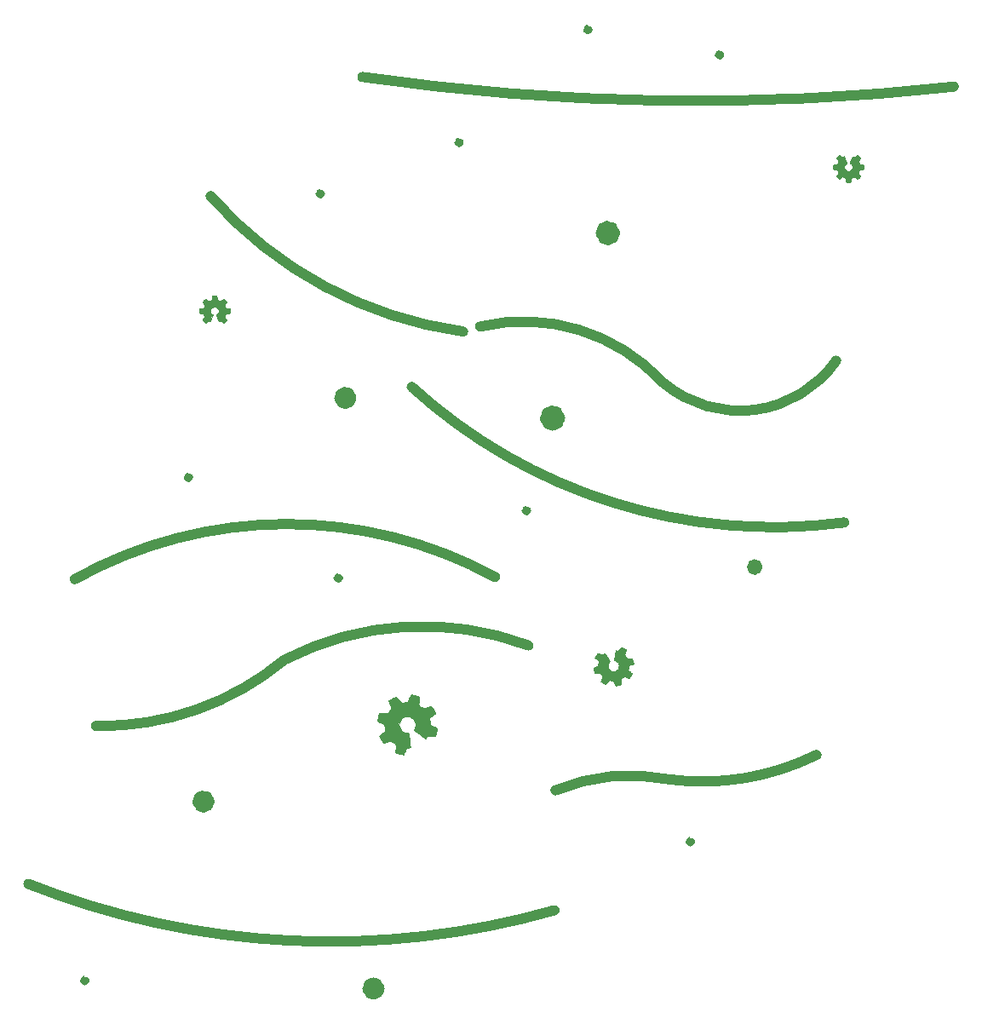
<source format=gbo>
G04 #@! TF.GenerationSoftware,KiCad,Pcbnew,(5.0.1-3-g963ef8bb5)*
G04 #@! TF.CreationDate,2018-11-10T15:27:12+00:00*
G04 #@! TF.ProjectId,xmas_tree_v0.1,786D61735F747265655F76302E312E6B,rev?*
G04 #@! TF.SameCoordinates,Original*
G04 #@! TF.FileFunction,Legend,Bot*
G04 #@! TF.FilePolarity,Positive*
%FSLAX46Y46*%
G04 Gerber Fmt 4.6, Leading zero omitted, Abs format (unit mm)*
G04 Created by KiCad (PCBNEW (5.0.1-3-g963ef8bb5)) date Saturday, 10 November 2018 at 15:27:12*
%MOMM*%
%LPD*%
G01*
G04 APERTURE LIST*
%ADD10C,0.800000*%
%ADD11C,1.400000*%
%ADD12C,1.500000*%
%ADD13C,1.600000*%
%ADD14C,1.000000*%
%ADD15C,0.002540*%
G04 APERTURE END LIST*
D10*
X161500000Y-51200000D02*
G75*
G03X161500000Y-51200000I-100000J0D01*
G01*
D11*
X163900000Y-71400000D02*
G75*
G03X163900000Y-71400000I-500000J0D01*
G01*
D10*
X171700000Y-131900000D02*
G75*
G03X171700000Y-131900000I-100000J0D01*
G01*
X155400000Y-99000000D02*
G75*
G03X155400000Y-99000000I-100000J0D01*
G01*
X178400000Y-104600000D02*
G75*
G03X178400000Y-104600000I-400000J0D01*
G01*
D12*
X158400000Y-89800000D02*
G75*
G03X158400000Y-89800000I-500000J0D01*
G01*
D10*
X174600000Y-53700000D02*
G75*
G03X174600000Y-53700000I-100000J0D01*
G01*
X148700000Y-62400000D02*
G75*
G03X148700000Y-62400000I-100000J0D01*
G01*
X134900000Y-67500000D02*
G75*
G03X134900000Y-67500000I-100000J0D01*
G01*
X121800000Y-95700000D02*
G75*
G03X121800000Y-95700000I-100000J0D01*
G01*
X111500000Y-145700000D02*
G75*
G03X111500000Y-145700000I-100000J0D01*
G01*
X136700000Y-105700000D02*
G75*
G03X136700000Y-105700000I-100000J0D01*
G01*
D13*
X140400000Y-146500000D02*
G75*
G03X140400000Y-146500000I-300000J0D01*
G01*
X123500000Y-127900000D02*
G75*
G03X123500000Y-127900000I-300000J0D01*
G01*
X137600000Y-87800000D02*
G75*
G03X137600000Y-87800000I-300000J0D01*
G01*
D14*
X150700000Y-80700000D02*
G75*
G02X168900000Y-86300000I4300000J-18400000D01*
G01*
X186100000Y-84100001D02*
G75*
G02X168996860Y-86353612I-9587278J6733403D01*
G01*
X158181598Y-126806257D02*
G75*
G02X169400000Y-125700000I7418403J-17793742D01*
G01*
X184144683Y-123278645D02*
G75*
G02X169400000Y-125700000I-11344684J22978644D01*
G01*
X197796521Y-56868563D02*
G75*
G02X139000000Y-55900000I-25596521J231268563D01*
G01*
X186897857Y-100183771D02*
G75*
G02X143900000Y-86700000I-6997857J52983771D01*
G01*
X149005997Y-81200829D02*
G75*
G02X123908855Y-67735968I5602857J40564860D01*
G01*
X110408524Y-105815311D02*
G75*
G02X152200000Y-105600000I21091476J-37884689D01*
G01*
X131292888Y-113791961D02*
G75*
G02X112500000Y-120400000I-18262046J21909249D01*
G01*
X131300658Y-113801283D02*
G75*
G02X155500000Y-112400000I13684642J-26670881D01*
G01*
X158104771Y-138716732D02*
G75*
G02X105800000Y-136100000I-22304771J78216732D01*
G01*
D15*
G04 #@! TO.C,G\002A\002A\002A*
G36*
X125209320Y-80346200D02*
X125191540Y-80338580D01*
X125158520Y-80315720D01*
X125107720Y-80282700D01*
X125049300Y-80244600D01*
X124988340Y-80203960D01*
X124940080Y-80170940D01*
X124904520Y-80148080D01*
X124891820Y-80140460D01*
X124884200Y-80143000D01*
X124856260Y-80158240D01*
X124815620Y-80178560D01*
X124790220Y-80191260D01*
X124752120Y-80206500D01*
X124734340Y-80211580D01*
X124731800Y-80206500D01*
X124716560Y-80176020D01*
X124696240Y-80127760D01*
X124668300Y-80061720D01*
X124635280Y-79985520D01*
X124599720Y-79904240D01*
X124566700Y-79820420D01*
X124533680Y-79741680D01*
X124503200Y-79668020D01*
X124480340Y-79609600D01*
X124465100Y-79568960D01*
X124457480Y-79551180D01*
X124460020Y-79548640D01*
X124477800Y-79530860D01*
X124510820Y-79505460D01*
X124581940Y-79447040D01*
X124653060Y-79360680D01*
X124696240Y-79261620D01*
X124708940Y-79149860D01*
X124698780Y-79048260D01*
X124658140Y-78951740D01*
X124589560Y-78862840D01*
X124505740Y-78796800D01*
X124409220Y-78756160D01*
X124300000Y-78743460D01*
X124195860Y-78753620D01*
X124096800Y-78794260D01*
X124007900Y-78860300D01*
X123969800Y-78903480D01*
X123919000Y-78994920D01*
X123888520Y-79088900D01*
X123885980Y-79111760D01*
X123891060Y-79218440D01*
X123921540Y-79320040D01*
X123977420Y-79408940D01*
X124053620Y-79482600D01*
X124063780Y-79490220D01*
X124099340Y-79518160D01*
X124124740Y-79535940D01*
X124142520Y-79551180D01*
X124007900Y-79873760D01*
X123987580Y-79924560D01*
X123949480Y-80013460D01*
X123919000Y-80089660D01*
X123891060Y-80150620D01*
X123873280Y-80191260D01*
X123865660Y-80206500D01*
X123852960Y-80209040D01*
X123830100Y-80201420D01*
X123784380Y-80178560D01*
X123753900Y-80163320D01*
X123720880Y-80148080D01*
X123705640Y-80140460D01*
X123690400Y-80148080D01*
X123657380Y-80168400D01*
X123611660Y-80201420D01*
X123553240Y-80239520D01*
X123497360Y-80277620D01*
X123446560Y-80310640D01*
X123411000Y-80336040D01*
X123393220Y-80343660D01*
X123390680Y-80343660D01*
X123372900Y-80336040D01*
X123344960Y-80310640D01*
X123301780Y-80270000D01*
X123238280Y-80209040D01*
X123228120Y-80198880D01*
X123177320Y-80148080D01*
X123136680Y-80102360D01*
X123108740Y-80071880D01*
X123098580Y-80059180D01*
X123108740Y-80041400D01*
X123131600Y-80003300D01*
X123164620Y-79952500D01*
X123205260Y-79891540D01*
X123311940Y-79736600D01*
X123253520Y-79591820D01*
X123235740Y-79546100D01*
X123212880Y-79490220D01*
X123195100Y-79452120D01*
X123187480Y-79434340D01*
X123169700Y-79429260D01*
X123131600Y-79419100D01*
X123073180Y-79408940D01*
X123002060Y-79396240D01*
X122936020Y-79383540D01*
X122877600Y-79370840D01*
X122834420Y-79363220D01*
X122814100Y-79360680D01*
X122809020Y-79355600D01*
X122806480Y-79347980D01*
X122803940Y-79327660D01*
X122801400Y-79289560D01*
X122801400Y-79233680D01*
X122801400Y-79149860D01*
X122801400Y-79142240D01*
X122801400Y-79063500D01*
X122803940Y-79000000D01*
X122806480Y-78961900D01*
X122809020Y-78944120D01*
X122826800Y-78939040D01*
X122869980Y-78931420D01*
X122928400Y-78918720D01*
X122999520Y-78906020D01*
X123004600Y-78906020D01*
X123075720Y-78890780D01*
X123134140Y-78878080D01*
X123177320Y-78870460D01*
X123195100Y-78862840D01*
X123197640Y-78857760D01*
X123212880Y-78829820D01*
X123233200Y-78786640D01*
X123256060Y-78733300D01*
X123278920Y-78677420D01*
X123299240Y-78626620D01*
X123311940Y-78591060D01*
X123317020Y-78573280D01*
X123306860Y-78555500D01*
X123281460Y-78519940D01*
X123245900Y-78469140D01*
X123205260Y-78408180D01*
X123202720Y-78403100D01*
X123162080Y-78342140D01*
X123129060Y-78291340D01*
X123106200Y-78255780D01*
X123098580Y-78240540D01*
X123098580Y-78238000D01*
X123111280Y-78220220D01*
X123141760Y-78187200D01*
X123187480Y-78141480D01*
X123238280Y-78088140D01*
X123256060Y-78072900D01*
X123314480Y-78014480D01*
X123355120Y-77978920D01*
X123380520Y-77958600D01*
X123390680Y-77953520D01*
X123393220Y-77953520D01*
X123411000Y-77963680D01*
X123449100Y-77989080D01*
X123499900Y-78024640D01*
X123560860Y-78065280D01*
X123563400Y-78067820D01*
X123624360Y-78108460D01*
X123675160Y-78144020D01*
X123710720Y-78166880D01*
X123725960Y-78174500D01*
X123728500Y-78174500D01*
X123751360Y-78169420D01*
X123794540Y-78154180D01*
X123847880Y-78133860D01*
X123903760Y-78111000D01*
X123954560Y-78090680D01*
X123990120Y-78072900D01*
X124007900Y-78062740D01*
X124010440Y-78062740D01*
X124015520Y-78039880D01*
X124025680Y-77994160D01*
X124038380Y-77933200D01*
X124053620Y-77859540D01*
X124056160Y-77849380D01*
X124068860Y-77775720D01*
X124079020Y-77717300D01*
X124089180Y-77676660D01*
X124091720Y-77658880D01*
X124101880Y-77658880D01*
X124137440Y-77656340D01*
X124190780Y-77653800D01*
X124256820Y-77653800D01*
X124322860Y-77653800D01*
X124388900Y-77653800D01*
X124444780Y-77656340D01*
X124485420Y-77658880D01*
X124503200Y-77663960D01*
X124508280Y-77686820D01*
X124518440Y-77730000D01*
X124531140Y-77793500D01*
X124546380Y-77867160D01*
X124548920Y-77879860D01*
X124561620Y-77950980D01*
X124574320Y-78009400D01*
X124581940Y-78050040D01*
X124587020Y-78065280D01*
X124592100Y-78067820D01*
X124622580Y-78083060D01*
X124670840Y-78100840D01*
X124729260Y-78126240D01*
X124866420Y-78182120D01*
X125034060Y-78065280D01*
X125049300Y-78055120D01*
X125110260Y-78014480D01*
X125161060Y-77981460D01*
X125196620Y-77958600D01*
X125209320Y-77950980D01*
X125211860Y-77950980D01*
X125227100Y-77966220D01*
X125260120Y-77996700D01*
X125305840Y-78042420D01*
X125359180Y-78093220D01*
X125399820Y-78133860D01*
X125445540Y-78179580D01*
X125473480Y-78212600D01*
X125491260Y-78232920D01*
X125496340Y-78245620D01*
X125493800Y-78253240D01*
X125483640Y-78271020D01*
X125458240Y-78306580D01*
X125425220Y-78359920D01*
X125384580Y-78418340D01*
X125349020Y-78469140D01*
X125313460Y-78525020D01*
X125290600Y-78565660D01*
X125280440Y-78583440D01*
X125282980Y-78593600D01*
X125295680Y-78626620D01*
X125316000Y-78674880D01*
X125341400Y-78735840D01*
X125399820Y-78867920D01*
X125486180Y-78885700D01*
X125539520Y-78895860D01*
X125613180Y-78908560D01*
X125684300Y-78923800D01*
X125796060Y-78944120D01*
X125798600Y-79347980D01*
X125780820Y-79355600D01*
X125765580Y-79360680D01*
X125724940Y-79370840D01*
X125666520Y-79381000D01*
X125597940Y-79393700D01*
X125536980Y-79406400D01*
X125478560Y-79416560D01*
X125435380Y-79424180D01*
X125417600Y-79429260D01*
X125412520Y-79434340D01*
X125397280Y-79464820D01*
X125376960Y-79510540D01*
X125354100Y-79563880D01*
X125328700Y-79622300D01*
X125308380Y-79673100D01*
X125293140Y-79713740D01*
X125288060Y-79734060D01*
X125295680Y-79749300D01*
X125318540Y-79784860D01*
X125351560Y-79835660D01*
X125392200Y-79894080D01*
X125432840Y-79952500D01*
X125465860Y-80003300D01*
X125491260Y-80038860D01*
X125498880Y-80056640D01*
X125493800Y-80066800D01*
X125470940Y-80094740D01*
X125427760Y-80140460D01*
X125361720Y-80206500D01*
X125349020Y-80216660D01*
X125298220Y-80267460D01*
X125252500Y-80308100D01*
X125222020Y-80336040D01*
X125209320Y-80346200D01*
X125209320Y-80346200D01*
G37*
X125209320Y-80346200D02*
X125191540Y-80338580D01*
X125158520Y-80315720D01*
X125107720Y-80282700D01*
X125049300Y-80244600D01*
X124988340Y-80203960D01*
X124940080Y-80170940D01*
X124904520Y-80148080D01*
X124891820Y-80140460D01*
X124884200Y-80143000D01*
X124856260Y-80158240D01*
X124815620Y-80178560D01*
X124790220Y-80191260D01*
X124752120Y-80206500D01*
X124734340Y-80211580D01*
X124731800Y-80206500D01*
X124716560Y-80176020D01*
X124696240Y-80127760D01*
X124668300Y-80061720D01*
X124635280Y-79985520D01*
X124599720Y-79904240D01*
X124566700Y-79820420D01*
X124533680Y-79741680D01*
X124503200Y-79668020D01*
X124480340Y-79609600D01*
X124465100Y-79568960D01*
X124457480Y-79551180D01*
X124460020Y-79548640D01*
X124477800Y-79530860D01*
X124510820Y-79505460D01*
X124581940Y-79447040D01*
X124653060Y-79360680D01*
X124696240Y-79261620D01*
X124708940Y-79149860D01*
X124698780Y-79048260D01*
X124658140Y-78951740D01*
X124589560Y-78862840D01*
X124505740Y-78796800D01*
X124409220Y-78756160D01*
X124300000Y-78743460D01*
X124195860Y-78753620D01*
X124096800Y-78794260D01*
X124007900Y-78860300D01*
X123969800Y-78903480D01*
X123919000Y-78994920D01*
X123888520Y-79088900D01*
X123885980Y-79111760D01*
X123891060Y-79218440D01*
X123921540Y-79320040D01*
X123977420Y-79408940D01*
X124053620Y-79482600D01*
X124063780Y-79490220D01*
X124099340Y-79518160D01*
X124124740Y-79535940D01*
X124142520Y-79551180D01*
X124007900Y-79873760D01*
X123987580Y-79924560D01*
X123949480Y-80013460D01*
X123919000Y-80089660D01*
X123891060Y-80150620D01*
X123873280Y-80191260D01*
X123865660Y-80206500D01*
X123852960Y-80209040D01*
X123830100Y-80201420D01*
X123784380Y-80178560D01*
X123753900Y-80163320D01*
X123720880Y-80148080D01*
X123705640Y-80140460D01*
X123690400Y-80148080D01*
X123657380Y-80168400D01*
X123611660Y-80201420D01*
X123553240Y-80239520D01*
X123497360Y-80277620D01*
X123446560Y-80310640D01*
X123411000Y-80336040D01*
X123393220Y-80343660D01*
X123390680Y-80343660D01*
X123372900Y-80336040D01*
X123344960Y-80310640D01*
X123301780Y-80270000D01*
X123238280Y-80209040D01*
X123228120Y-80198880D01*
X123177320Y-80148080D01*
X123136680Y-80102360D01*
X123108740Y-80071880D01*
X123098580Y-80059180D01*
X123108740Y-80041400D01*
X123131600Y-80003300D01*
X123164620Y-79952500D01*
X123205260Y-79891540D01*
X123311940Y-79736600D01*
X123253520Y-79591820D01*
X123235740Y-79546100D01*
X123212880Y-79490220D01*
X123195100Y-79452120D01*
X123187480Y-79434340D01*
X123169700Y-79429260D01*
X123131600Y-79419100D01*
X123073180Y-79408940D01*
X123002060Y-79396240D01*
X122936020Y-79383540D01*
X122877600Y-79370840D01*
X122834420Y-79363220D01*
X122814100Y-79360680D01*
X122809020Y-79355600D01*
X122806480Y-79347980D01*
X122803940Y-79327660D01*
X122801400Y-79289560D01*
X122801400Y-79233680D01*
X122801400Y-79149860D01*
X122801400Y-79142240D01*
X122801400Y-79063500D01*
X122803940Y-79000000D01*
X122806480Y-78961900D01*
X122809020Y-78944120D01*
X122826800Y-78939040D01*
X122869980Y-78931420D01*
X122928400Y-78918720D01*
X122999520Y-78906020D01*
X123004600Y-78906020D01*
X123075720Y-78890780D01*
X123134140Y-78878080D01*
X123177320Y-78870460D01*
X123195100Y-78862840D01*
X123197640Y-78857760D01*
X123212880Y-78829820D01*
X123233200Y-78786640D01*
X123256060Y-78733300D01*
X123278920Y-78677420D01*
X123299240Y-78626620D01*
X123311940Y-78591060D01*
X123317020Y-78573280D01*
X123306860Y-78555500D01*
X123281460Y-78519940D01*
X123245900Y-78469140D01*
X123205260Y-78408180D01*
X123202720Y-78403100D01*
X123162080Y-78342140D01*
X123129060Y-78291340D01*
X123106200Y-78255780D01*
X123098580Y-78240540D01*
X123098580Y-78238000D01*
X123111280Y-78220220D01*
X123141760Y-78187200D01*
X123187480Y-78141480D01*
X123238280Y-78088140D01*
X123256060Y-78072900D01*
X123314480Y-78014480D01*
X123355120Y-77978920D01*
X123380520Y-77958600D01*
X123390680Y-77953520D01*
X123393220Y-77953520D01*
X123411000Y-77963680D01*
X123449100Y-77989080D01*
X123499900Y-78024640D01*
X123560860Y-78065280D01*
X123563400Y-78067820D01*
X123624360Y-78108460D01*
X123675160Y-78144020D01*
X123710720Y-78166880D01*
X123725960Y-78174500D01*
X123728500Y-78174500D01*
X123751360Y-78169420D01*
X123794540Y-78154180D01*
X123847880Y-78133860D01*
X123903760Y-78111000D01*
X123954560Y-78090680D01*
X123990120Y-78072900D01*
X124007900Y-78062740D01*
X124010440Y-78062740D01*
X124015520Y-78039880D01*
X124025680Y-77994160D01*
X124038380Y-77933200D01*
X124053620Y-77859540D01*
X124056160Y-77849380D01*
X124068860Y-77775720D01*
X124079020Y-77717300D01*
X124089180Y-77676660D01*
X124091720Y-77658880D01*
X124101880Y-77658880D01*
X124137440Y-77656340D01*
X124190780Y-77653800D01*
X124256820Y-77653800D01*
X124322860Y-77653800D01*
X124388900Y-77653800D01*
X124444780Y-77656340D01*
X124485420Y-77658880D01*
X124503200Y-77663960D01*
X124508280Y-77686820D01*
X124518440Y-77730000D01*
X124531140Y-77793500D01*
X124546380Y-77867160D01*
X124548920Y-77879860D01*
X124561620Y-77950980D01*
X124574320Y-78009400D01*
X124581940Y-78050040D01*
X124587020Y-78065280D01*
X124592100Y-78067820D01*
X124622580Y-78083060D01*
X124670840Y-78100840D01*
X124729260Y-78126240D01*
X124866420Y-78182120D01*
X125034060Y-78065280D01*
X125049300Y-78055120D01*
X125110260Y-78014480D01*
X125161060Y-77981460D01*
X125196620Y-77958600D01*
X125209320Y-77950980D01*
X125211860Y-77950980D01*
X125227100Y-77966220D01*
X125260120Y-77996700D01*
X125305840Y-78042420D01*
X125359180Y-78093220D01*
X125399820Y-78133860D01*
X125445540Y-78179580D01*
X125473480Y-78212600D01*
X125491260Y-78232920D01*
X125496340Y-78245620D01*
X125493800Y-78253240D01*
X125483640Y-78271020D01*
X125458240Y-78306580D01*
X125425220Y-78359920D01*
X125384580Y-78418340D01*
X125349020Y-78469140D01*
X125313460Y-78525020D01*
X125290600Y-78565660D01*
X125280440Y-78583440D01*
X125282980Y-78593600D01*
X125295680Y-78626620D01*
X125316000Y-78674880D01*
X125341400Y-78735840D01*
X125399820Y-78867920D01*
X125486180Y-78885700D01*
X125539520Y-78895860D01*
X125613180Y-78908560D01*
X125684300Y-78923800D01*
X125796060Y-78944120D01*
X125798600Y-79347980D01*
X125780820Y-79355600D01*
X125765580Y-79360680D01*
X125724940Y-79370840D01*
X125666520Y-79381000D01*
X125597940Y-79393700D01*
X125536980Y-79406400D01*
X125478560Y-79416560D01*
X125435380Y-79424180D01*
X125417600Y-79429260D01*
X125412520Y-79434340D01*
X125397280Y-79464820D01*
X125376960Y-79510540D01*
X125354100Y-79563880D01*
X125328700Y-79622300D01*
X125308380Y-79673100D01*
X125293140Y-79713740D01*
X125288060Y-79734060D01*
X125295680Y-79749300D01*
X125318540Y-79784860D01*
X125351560Y-79835660D01*
X125392200Y-79894080D01*
X125432840Y-79952500D01*
X125465860Y-80003300D01*
X125491260Y-80038860D01*
X125498880Y-80056640D01*
X125493800Y-80066800D01*
X125470940Y-80094740D01*
X125427760Y-80140460D01*
X125361720Y-80206500D01*
X125349020Y-80216660D01*
X125298220Y-80267460D01*
X125252500Y-80308100D01*
X125222020Y-80336040D01*
X125209320Y-80346200D01*
G36*
X164741152Y-112564455D02*
X164723894Y-112579229D01*
X164684441Y-112620478D01*
X164630809Y-112678352D01*
X164567312Y-112749157D01*
X164503815Y-112819961D01*
X164450183Y-112877835D01*
X164413195Y-112918471D01*
X164398401Y-112932630D01*
X164387928Y-112932623D01*
X164346044Y-112922124D01*
X164285065Y-112908533D01*
X164251803Y-112901119D01*
X164196982Y-112891228D01*
X164171107Y-112892444D01*
X164170486Y-112900452D01*
X164159987Y-112942336D01*
X164148854Y-113013174D01*
X164132778Y-113106186D01*
X164115460Y-113215214D01*
X164097520Y-113332250D01*
X164080196Y-113451751D01*
X164061642Y-113566323D01*
X164048024Y-113669193D01*
X164034419Y-113751118D01*
X164028221Y-113810254D01*
X164026358Y-113834278D01*
X164030052Y-113838593D01*
X164060227Y-113854629D01*
X164110113Y-113876222D01*
X164222815Y-113929273D01*
X164339805Y-114020521D01*
X164428443Y-114134544D01*
X164481334Y-114273187D01*
X164499115Y-114407495D01*
X164478698Y-114546091D01*
X164418854Y-114684046D01*
X164331307Y-114794878D01*
X164219133Y-114880437D01*
X164082955Y-114932714D01*
X163943718Y-114951724D01*
X163802657Y-114931921D01*
X163665316Y-114874542D01*
X163604357Y-114829533D01*
X163508933Y-114730290D01*
X163438776Y-114616894D01*
X163428938Y-114587934D01*
X163399456Y-114448690D01*
X163406321Y-114308237D01*
X163448913Y-114174583D01*
X163525995Y-114053272D01*
X163535859Y-114040342D01*
X163574083Y-113994163D01*
X163598127Y-113964608D01*
X163617857Y-113938747D01*
X163340877Y-113562787D01*
X163297176Y-113503003D01*
X163219618Y-113401923D01*
X163153142Y-113313788D01*
X163101439Y-113242910D01*
X163063890Y-113197299D01*
X163048501Y-113177576D01*
X163033099Y-113178799D01*
X163004132Y-113199110D01*
X162951743Y-113240967D01*
X162917226Y-113270515D01*
X162878394Y-113303757D01*
X162860521Y-113316067D01*
X162840811Y-113310510D01*
X162792155Y-113293846D01*
X162720095Y-113267311D01*
X162633868Y-113236454D01*
X162550107Y-113204983D01*
X162472503Y-113177212D01*
X162418303Y-113159313D01*
X162390585Y-113153135D01*
X162388121Y-113153749D01*
X162371477Y-113170988D01*
X162339417Y-113210394D01*
X162296251Y-113278747D01*
X162237049Y-113377276D01*
X162227799Y-113392671D01*
X162178461Y-113478270D01*
X162138374Y-113548473D01*
X162111238Y-113597123D01*
X162103216Y-113617447D01*
X162121684Y-113639021D01*
X162162934Y-113678473D01*
X162223887Y-113733955D01*
X162294691Y-113797452D01*
X162483094Y-113965135D01*
X162454008Y-114173954D01*
X162445960Y-114236169D01*
X162434205Y-114315015D01*
X162424314Y-114369836D01*
X162417521Y-114395090D01*
X162399648Y-114407399D01*
X162350965Y-114432626D01*
X162278865Y-114468927D01*
X162193828Y-114505835D01*
X162111871Y-114544594D01*
X162039156Y-114578430D01*
X161984930Y-114602422D01*
X161961513Y-114613495D01*
X161957813Y-114619654D01*
X161955956Y-114633205D01*
X161957172Y-114659080D01*
X161968847Y-114705906D01*
X161984817Y-114780457D01*
X162011854Y-114888897D01*
X162014312Y-114898756D01*
X162042585Y-115001652D01*
X162062863Y-115082983D01*
X162078231Y-115134124D01*
X162088076Y-115152611D01*
X162114565Y-115153860D01*
X162171243Y-115150200D01*
X162251946Y-115148402D01*
X162349900Y-115142304D01*
X162354829Y-115141075D01*
X162450319Y-115135591D01*
X162531022Y-115133794D01*
X162588314Y-115132598D01*
X162612338Y-115134462D01*
X162618497Y-115138162D01*
X162647430Y-115170214D01*
X162688673Y-115220139D01*
X162735453Y-115281773D01*
X162782848Y-115345871D01*
X162826549Y-115405655D01*
X162855476Y-115448180D01*
X162865935Y-115469132D01*
X162856679Y-115495000D01*
X162836929Y-115552279D01*
X162808544Y-115627418D01*
X162773987Y-115719802D01*
X162773366Y-115727810D01*
X162738195Y-115817730D01*
X162712888Y-115894719D01*
X162694989Y-115948919D01*
X162690046Y-115971094D01*
X162690661Y-115973558D01*
X162713443Y-115991438D01*
X162763937Y-116025968D01*
X162835369Y-116070984D01*
X162921582Y-116122786D01*
X162948679Y-116136972D01*
X163041050Y-116192474D01*
X163105095Y-116228861D01*
X163145743Y-116244904D01*
X163162374Y-116248611D01*
X163161760Y-116246146D01*
X163183333Y-116227679D01*
X163224635Y-116183350D01*
X163279503Y-116119932D01*
X163345465Y-116048513D01*
X163349165Y-116042355D01*
X163412662Y-115971551D01*
X163465679Y-115911212D01*
X163505132Y-115869963D01*
X163521776Y-115852724D01*
X163526705Y-115851495D01*
X163558738Y-115853980D01*
X163619724Y-115857098D01*
X163693026Y-115867617D01*
X163771872Y-115879372D01*
X163845174Y-115889891D01*
X163899995Y-115899782D01*
X163925249Y-115906575D01*
X163925863Y-115909039D01*
X163942481Y-115933692D01*
X163969551Y-115989768D01*
X164006466Y-116064333D01*
X164047683Y-116156149D01*
X164053834Y-116170322D01*
X164093822Y-116257209D01*
X164127658Y-116329923D01*
X164153500Y-116381071D01*
X164163959Y-116402023D01*
X164176896Y-116401415D01*
X164224337Y-116392204D01*
X164293959Y-116377463D01*
X164377754Y-116356571D01*
X164464013Y-116335064D01*
X164547193Y-116311707D01*
X164620515Y-116290808D01*
X164671657Y-116275439D01*
X164692609Y-116264980D01*
X164694459Y-116261901D01*
X164695093Y-116232947D01*
X164692668Y-116170726D01*
X164690257Y-116087559D01*
X164683544Y-115987140D01*
X164681707Y-115969273D01*
X164676223Y-115873784D01*
X164674426Y-115793081D01*
X164671380Y-115738868D01*
X164673858Y-115717308D01*
X164680022Y-115710535D01*
X164712689Y-115684066D01*
X164768158Y-115644059D01*
X164839036Y-115592356D01*
X164998663Y-115476641D01*
X165253027Y-115572905D01*
X165275816Y-115580312D01*
X165368200Y-115614868D01*
X165442725Y-115640789D01*
X165494460Y-115659303D01*
X165516635Y-115664245D01*
X165533900Y-115638999D01*
X165568430Y-115588505D01*
X165612832Y-115514608D01*
X165662784Y-115431475D01*
X165701635Y-115366815D01*
X165745422Y-115290454D01*
X165775023Y-115241189D01*
X165787981Y-115209163D01*
X165791073Y-115190068D01*
X165786150Y-115180824D01*
X165768297Y-115161716D01*
X165724583Y-115122877D01*
X165663630Y-115067395D01*
X165590361Y-115004513D01*
X165529408Y-114949030D01*
X165464762Y-114889234D01*
X165422283Y-114844852D01*
X165403201Y-114820814D01*
X165403207Y-114810341D01*
X165410013Y-114764143D01*
X165418068Y-114691455D01*
X165431058Y-114607066D01*
X165464445Y-114415498D01*
X165572899Y-114367516D01*
X165638219Y-114335523D01*
X165730035Y-114294306D01*
X165816922Y-114254318D01*
X165952493Y-114189104D01*
X165827152Y-113665390D01*
X165802513Y-113661062D01*
X165778488Y-113659199D01*
X165724275Y-113662245D01*
X165644187Y-113666506D01*
X165551162Y-113671376D01*
X165471074Y-113675638D01*
X165390986Y-113679899D01*
X165334308Y-113683560D01*
X165308433Y-113684775D01*
X165298582Y-113676761D01*
X165269648Y-113644708D01*
X165227790Y-113592318D01*
X165180396Y-113528220D01*
X165133001Y-113464122D01*
X165088686Y-113401874D01*
X165056065Y-113355034D01*
X165041912Y-113329767D01*
X165046854Y-113307593D01*
X165065368Y-113255857D01*
X165091289Y-113181333D01*
X165123996Y-113092028D01*
X165159167Y-113002108D01*
X165184473Y-112925119D01*
X165204838Y-112870304D01*
X165212244Y-112847515D01*
X165201164Y-112834571D01*
X165162372Y-112804977D01*
X165090940Y-112759961D01*
X164983174Y-112695208D01*
X164965314Y-112686572D01*
X164882180Y-112636621D01*
X164810127Y-112599613D01*
X164761477Y-112572476D01*
X164741152Y-112564455D01*
X164741152Y-112564455D01*
G37*
X164741152Y-112564455D02*
X164723894Y-112579229D01*
X164684441Y-112620478D01*
X164630809Y-112678352D01*
X164567312Y-112749157D01*
X164503815Y-112819961D01*
X164450183Y-112877835D01*
X164413195Y-112918471D01*
X164398401Y-112932630D01*
X164387928Y-112932623D01*
X164346044Y-112922124D01*
X164285065Y-112908533D01*
X164251803Y-112901119D01*
X164196982Y-112891228D01*
X164171107Y-112892444D01*
X164170486Y-112900452D01*
X164159987Y-112942336D01*
X164148854Y-113013174D01*
X164132778Y-113106186D01*
X164115460Y-113215214D01*
X164097520Y-113332250D01*
X164080196Y-113451751D01*
X164061642Y-113566323D01*
X164048024Y-113669193D01*
X164034419Y-113751118D01*
X164028221Y-113810254D01*
X164026358Y-113834278D01*
X164030052Y-113838593D01*
X164060227Y-113854629D01*
X164110113Y-113876222D01*
X164222815Y-113929273D01*
X164339805Y-114020521D01*
X164428443Y-114134544D01*
X164481334Y-114273187D01*
X164499115Y-114407495D01*
X164478698Y-114546091D01*
X164418854Y-114684046D01*
X164331307Y-114794878D01*
X164219133Y-114880437D01*
X164082955Y-114932714D01*
X163943718Y-114951724D01*
X163802657Y-114931921D01*
X163665316Y-114874542D01*
X163604357Y-114829533D01*
X163508933Y-114730290D01*
X163438776Y-114616894D01*
X163428938Y-114587934D01*
X163399456Y-114448690D01*
X163406321Y-114308237D01*
X163448913Y-114174583D01*
X163525995Y-114053272D01*
X163535859Y-114040342D01*
X163574083Y-113994163D01*
X163598127Y-113964608D01*
X163617857Y-113938747D01*
X163340877Y-113562787D01*
X163297176Y-113503003D01*
X163219618Y-113401923D01*
X163153142Y-113313788D01*
X163101439Y-113242910D01*
X163063890Y-113197299D01*
X163048501Y-113177576D01*
X163033099Y-113178799D01*
X163004132Y-113199110D01*
X162951743Y-113240967D01*
X162917226Y-113270515D01*
X162878394Y-113303757D01*
X162860521Y-113316067D01*
X162840811Y-113310510D01*
X162792155Y-113293846D01*
X162720095Y-113267311D01*
X162633868Y-113236454D01*
X162550107Y-113204983D01*
X162472503Y-113177212D01*
X162418303Y-113159313D01*
X162390585Y-113153135D01*
X162388121Y-113153749D01*
X162371477Y-113170988D01*
X162339417Y-113210394D01*
X162296251Y-113278747D01*
X162237049Y-113377276D01*
X162227799Y-113392671D01*
X162178461Y-113478270D01*
X162138374Y-113548473D01*
X162111238Y-113597123D01*
X162103216Y-113617447D01*
X162121684Y-113639021D01*
X162162934Y-113678473D01*
X162223887Y-113733955D01*
X162294691Y-113797452D01*
X162483094Y-113965135D01*
X162454008Y-114173954D01*
X162445960Y-114236169D01*
X162434205Y-114315015D01*
X162424314Y-114369836D01*
X162417521Y-114395090D01*
X162399648Y-114407399D01*
X162350965Y-114432626D01*
X162278865Y-114468927D01*
X162193828Y-114505835D01*
X162111871Y-114544594D01*
X162039156Y-114578430D01*
X161984930Y-114602422D01*
X161961513Y-114613495D01*
X161957813Y-114619654D01*
X161955956Y-114633205D01*
X161957172Y-114659080D01*
X161968847Y-114705906D01*
X161984817Y-114780457D01*
X162011854Y-114888897D01*
X162014312Y-114898756D01*
X162042585Y-115001652D01*
X162062863Y-115082983D01*
X162078231Y-115134124D01*
X162088076Y-115152611D01*
X162114565Y-115153860D01*
X162171243Y-115150200D01*
X162251946Y-115148402D01*
X162349900Y-115142304D01*
X162354829Y-115141075D01*
X162450319Y-115135591D01*
X162531022Y-115133794D01*
X162588314Y-115132598D01*
X162612338Y-115134462D01*
X162618497Y-115138162D01*
X162647430Y-115170214D01*
X162688673Y-115220139D01*
X162735453Y-115281773D01*
X162782848Y-115345871D01*
X162826549Y-115405655D01*
X162855476Y-115448180D01*
X162865935Y-115469132D01*
X162856679Y-115495000D01*
X162836929Y-115552279D01*
X162808544Y-115627418D01*
X162773987Y-115719802D01*
X162773366Y-115727810D01*
X162738195Y-115817730D01*
X162712888Y-115894719D01*
X162694989Y-115948919D01*
X162690046Y-115971094D01*
X162690661Y-115973558D01*
X162713443Y-115991438D01*
X162763937Y-116025968D01*
X162835369Y-116070984D01*
X162921582Y-116122786D01*
X162948679Y-116136972D01*
X163041050Y-116192474D01*
X163105095Y-116228861D01*
X163145743Y-116244904D01*
X163162374Y-116248611D01*
X163161760Y-116246146D01*
X163183333Y-116227679D01*
X163224635Y-116183350D01*
X163279503Y-116119932D01*
X163345465Y-116048513D01*
X163349165Y-116042355D01*
X163412662Y-115971551D01*
X163465679Y-115911212D01*
X163505132Y-115869963D01*
X163521776Y-115852724D01*
X163526705Y-115851495D01*
X163558738Y-115853980D01*
X163619724Y-115857098D01*
X163693026Y-115867617D01*
X163771872Y-115879372D01*
X163845174Y-115889891D01*
X163899995Y-115899782D01*
X163925249Y-115906575D01*
X163925863Y-115909039D01*
X163942481Y-115933692D01*
X163969551Y-115989768D01*
X164006466Y-116064333D01*
X164047683Y-116156149D01*
X164053834Y-116170322D01*
X164093822Y-116257209D01*
X164127658Y-116329923D01*
X164153500Y-116381071D01*
X164163959Y-116402023D01*
X164176896Y-116401415D01*
X164224337Y-116392204D01*
X164293959Y-116377463D01*
X164377754Y-116356571D01*
X164464013Y-116335064D01*
X164547193Y-116311707D01*
X164620515Y-116290808D01*
X164671657Y-116275439D01*
X164692609Y-116264980D01*
X164694459Y-116261901D01*
X164695093Y-116232947D01*
X164692668Y-116170726D01*
X164690257Y-116087559D01*
X164683544Y-115987140D01*
X164681707Y-115969273D01*
X164676223Y-115873784D01*
X164674426Y-115793081D01*
X164671380Y-115738868D01*
X164673858Y-115717308D01*
X164680022Y-115710535D01*
X164712689Y-115684066D01*
X164768158Y-115644059D01*
X164839036Y-115592356D01*
X164998663Y-115476641D01*
X165253027Y-115572905D01*
X165275816Y-115580312D01*
X165368200Y-115614868D01*
X165442725Y-115640789D01*
X165494460Y-115659303D01*
X165516635Y-115664245D01*
X165533900Y-115638999D01*
X165568430Y-115588505D01*
X165612832Y-115514608D01*
X165662784Y-115431475D01*
X165701635Y-115366815D01*
X165745422Y-115290454D01*
X165775023Y-115241189D01*
X165787981Y-115209163D01*
X165791073Y-115190068D01*
X165786150Y-115180824D01*
X165768297Y-115161716D01*
X165724583Y-115122877D01*
X165663630Y-115067395D01*
X165590361Y-115004513D01*
X165529408Y-114949030D01*
X165464762Y-114889234D01*
X165422283Y-114844852D01*
X165403201Y-114820814D01*
X165403207Y-114810341D01*
X165410013Y-114764143D01*
X165418068Y-114691455D01*
X165431058Y-114607066D01*
X165464445Y-114415498D01*
X165572899Y-114367516D01*
X165638219Y-114335523D01*
X165730035Y-114294306D01*
X165816922Y-114254318D01*
X165952493Y-114189104D01*
X165827152Y-113665390D01*
X165802513Y-113661062D01*
X165778488Y-113659199D01*
X165724275Y-113662245D01*
X165644187Y-113666506D01*
X165551162Y-113671376D01*
X165471074Y-113675638D01*
X165390986Y-113679899D01*
X165334308Y-113683560D01*
X165308433Y-113684775D01*
X165298582Y-113676761D01*
X165269648Y-113644708D01*
X165227790Y-113592318D01*
X165180396Y-113528220D01*
X165133001Y-113464122D01*
X165088686Y-113401874D01*
X165056065Y-113355034D01*
X165041912Y-113329767D01*
X165046854Y-113307593D01*
X165065368Y-113255857D01*
X165091289Y-113181333D01*
X165123996Y-113092028D01*
X165159167Y-113002108D01*
X165184473Y-112925119D01*
X165204838Y-112870304D01*
X165212244Y-112847515D01*
X165201164Y-112834571D01*
X165162372Y-112804977D01*
X165090940Y-112759961D01*
X164983174Y-112695208D01*
X164965314Y-112686572D01*
X164882180Y-112636621D01*
X164810127Y-112599613D01*
X164761477Y-112572476D01*
X164741152Y-112564455D01*
G36*
X143072482Y-123243207D02*
X143092188Y-123211299D01*
X143129990Y-123139614D01*
X143184958Y-123031621D01*
X143246774Y-122905010D01*
X143309520Y-122774930D01*
X143362289Y-122668208D01*
X143400091Y-122596523D01*
X143416668Y-122569354D01*
X143432406Y-122566134D01*
X143494769Y-122562391D01*
X143586750Y-122559146D01*
X143639974Y-122554813D01*
X143722475Y-122545309D01*
X143757081Y-122534128D01*
X143758600Y-122521519D01*
X143753587Y-122456956D01*
X143741452Y-122349578D01*
X143725076Y-122209453D01*
X143706068Y-122044450D01*
X143682910Y-121867180D01*
X143658482Y-121687709D01*
X143636934Y-121518307D01*
X143617337Y-121362444D01*
X143598512Y-121238398D01*
X143584268Y-121152767D01*
X143577487Y-121115621D01*
X143569278Y-121111562D01*
X143520702Y-121098546D01*
X143439379Y-121089772D01*
X143257776Y-121059706D01*
X143049162Y-120977776D01*
X142875312Y-120849379D01*
X142740625Y-120671975D01*
X142658823Y-120484568D01*
X142631423Y-120274551D01*
X142661307Y-120051992D01*
X142740448Y-119853787D01*
X142866985Y-119686877D01*
X143042190Y-119553460D01*
X143233996Y-119469117D01*
X143447142Y-119436978D01*
X143668432Y-119464663D01*
X143775403Y-119502622D01*
X143955761Y-119606731D01*
X144101604Y-119742499D01*
X144130134Y-119781754D01*
X144228945Y-119968139D01*
X144275552Y-120175866D01*
X144271135Y-120386655D01*
X144210613Y-120591707D01*
X144200635Y-120615066D01*
X144165713Y-120696819D01*
X144141699Y-120751745D01*
X144123943Y-120797192D01*
X144680962Y-121223496D01*
X144769157Y-121289895D01*
X144920578Y-121404844D01*
X145051771Y-121505076D01*
X145158925Y-121583992D01*
X145230361Y-121636603D01*
X145260069Y-121657579D01*
X145262269Y-121656309D01*
X145284606Y-121649278D01*
X145317510Y-121609750D01*
X145375110Y-121526636D01*
X145410463Y-121471029D01*
X145453345Y-121408143D01*
X145473391Y-121381904D01*
X145503938Y-121378933D01*
X145582720Y-121383308D01*
X145697130Y-121393510D01*
X145836416Y-121401081D01*
X145969103Y-121412462D01*
X146090111Y-121418855D01*
X146178033Y-121423819D01*
X146217719Y-121421437D01*
X146222118Y-121418897D01*
X146241824Y-121386989D01*
X146268288Y-121315985D01*
X146301167Y-121200215D01*
X146347993Y-121032399D01*
X146356701Y-121006841D01*
X146392619Y-120865853D01*
X146420759Y-120746953D01*
X146438673Y-120666220D01*
X146442300Y-120631864D01*
X146406923Y-120611228D01*
X146330498Y-120570296D01*
X146222506Y-120515328D01*
X146091155Y-120450382D01*
X145749240Y-120289968D01*
X145706576Y-119977312D01*
X145691652Y-119880343D01*
X145676637Y-119762896D01*
X145667133Y-119680395D01*
X145664751Y-119640709D01*
X145688267Y-119615400D01*
X145746298Y-119558432D01*
X145836054Y-119480215D01*
X145944338Y-119388368D01*
X146046023Y-119300331D01*
X146137979Y-119220843D01*
X146205149Y-119164465D01*
X146234334Y-119138816D01*
X146239323Y-119127137D01*
X146237032Y-119107929D01*
X146221112Y-119070194D01*
X146186481Y-119005132D01*
X146131531Y-118904876D01*
X146048981Y-118761895D01*
X146040091Y-118746497D01*
X145959151Y-118611385D01*
X145894722Y-118504870D01*
X145849682Y-118437019D01*
X145828773Y-118410963D01*
X145790697Y-118421214D01*
X145709217Y-118447726D01*
X145594401Y-118487619D01*
X145457247Y-118534542D01*
X145448449Y-118539622D01*
X145311295Y-118586545D01*
X145197409Y-118622968D01*
X145115929Y-118649480D01*
X145078783Y-118656262D01*
X145067104Y-118651273D01*
X145014967Y-118616850D01*
X144936592Y-118562380D01*
X144841457Y-118494122D01*
X144745982Y-118420195D01*
X144659987Y-118352527D01*
X144601160Y-118301435D01*
X144576781Y-118274450D01*
X144577869Y-118235693D01*
X144582833Y-118147772D01*
X144593625Y-118024224D01*
X144603055Y-117877998D01*
X144604574Y-117865389D01*
X144615275Y-117721363D01*
X144621667Y-117600355D01*
X144623502Y-117517173D01*
X144622390Y-117479687D01*
X144621120Y-117477487D01*
X144579143Y-117460661D01*
X144492061Y-117431749D01*
X144369351Y-117397010D01*
X144227093Y-117358892D01*
X144181987Y-117346806D01*
X144023650Y-117306239D01*
X143916430Y-117283088D01*
X143852116Y-117273293D01*
X143827238Y-117275924D01*
X143826309Y-117279393D01*
X143805673Y-117314771D01*
X143765082Y-117396865D01*
X143711384Y-117507057D01*
X143647708Y-117640607D01*
X143643649Y-117648817D01*
X143578703Y-117780167D01*
X143527204Y-117889089D01*
X143488473Y-117964244D01*
X143470966Y-117994882D01*
X143466567Y-117997422D01*
X143418422Y-118010554D01*
X143328392Y-118027337D01*
X143217885Y-118044212D01*
X143099508Y-118062697D01*
X142989929Y-118076102D01*
X142908358Y-118082136D01*
X142867402Y-118082318D01*
X142865202Y-118083588D01*
X142832614Y-118052543D01*
X142769296Y-117983514D01*
X142686339Y-117890628D01*
X142588482Y-117777015D01*
X142572653Y-117759758D01*
X142478266Y-117647075D01*
X142400049Y-117557318D01*
X142344011Y-117495818D01*
X142319632Y-117468832D01*
X142300764Y-117476792D01*
X142236632Y-117507953D01*
X142141705Y-117556893D01*
X142029520Y-117621663D01*
X141912935Y-117688973D01*
X141799821Y-117757213D01*
X141705574Y-117817493D01*
X141637723Y-117862532D01*
X141610737Y-117886911D01*
X141612007Y-117889111D01*
X141622599Y-117932856D01*
X141649451Y-118020005D01*
X141689684Y-118140491D01*
X141739147Y-118282044D01*
X141748718Y-118308781D01*
X141797841Y-118444664D01*
X141834264Y-118558550D01*
X141858236Y-118635631D01*
X141868147Y-118668037D01*
X141859688Y-118678787D01*
X141823065Y-118732194D01*
X141758526Y-118813449D01*
X141679270Y-118914934D01*
X141497582Y-119148881D01*
X141091651Y-119116347D01*
X141055095Y-119113990D01*
X140907599Y-119102360D01*
X140788790Y-119094697D01*
X140705609Y-119092862D01*
X140672522Y-119091434D01*
X140671592Y-119094904D01*
X140656966Y-119135611D01*
X140631524Y-119223623D01*
X140596784Y-119346333D01*
X140556467Y-119489861D01*
X140527646Y-119597422D01*
X140495447Y-119724531D01*
X140476603Y-119808733D01*
X140468327Y-119860439D01*
X140470029Y-119888786D01*
X140483318Y-119901644D01*
X140517426Y-119920080D01*
X140598250Y-119958471D01*
X140709712Y-120014369D01*
X140838522Y-120074916D01*
X140948714Y-120128614D01*
X141068386Y-120188571D01*
X141148620Y-120236101D01*
X141183068Y-120260207D01*
X141187559Y-120278145D01*
X141200782Y-120346767D01*
X141215116Y-120452876D01*
X141230812Y-120581662D01*
X141262976Y-120871051D01*
X141127706Y-120987277D01*
X141047678Y-121056945D01*
X140931866Y-121156071D01*
X140822652Y-121251388D01*
X140652868Y-121399273D01*
X141051399Y-122104789D01*
X141089815Y-122100207D01*
X141123491Y-122092496D01*
X141202772Y-122067254D01*
X141315388Y-122028631D01*
X141446872Y-121982048D01*
X141561688Y-121942155D01*
X141674304Y-121903533D01*
X141756714Y-121873551D01*
X141793520Y-121861100D01*
X141806469Y-121868289D01*
X141862076Y-121903642D01*
X141945191Y-121961241D01*
X142039395Y-122032969D01*
X142138340Y-122107825D01*
X142225605Y-122177693D01*
X142292641Y-122232844D01*
X142321760Y-122262959D01*
X142323802Y-122296975D01*
X142319767Y-122381427D01*
X142312105Y-122500236D01*
X142302334Y-122640792D01*
X142291634Y-122784818D01*
X142281772Y-122904897D01*
X142276807Y-122992818D01*
X142277919Y-123030304D01*
X142298148Y-123045022D01*
X142365683Y-123070555D01*
X142488392Y-123105294D01*
X142668817Y-123153639D01*
X142698774Y-123159807D01*
X142839762Y-123195725D01*
X142957392Y-123221665D01*
X143038125Y-123239579D01*
X143072482Y-123243207D01*
X143072482Y-123243207D01*
G37*
X143072482Y-123243207D02*
X143092188Y-123211299D01*
X143129990Y-123139614D01*
X143184958Y-123031621D01*
X143246774Y-122905010D01*
X143309520Y-122774930D01*
X143362289Y-122668208D01*
X143400091Y-122596523D01*
X143416668Y-122569354D01*
X143432406Y-122566134D01*
X143494769Y-122562391D01*
X143586750Y-122559146D01*
X143639974Y-122554813D01*
X143722475Y-122545309D01*
X143757081Y-122534128D01*
X143758600Y-122521519D01*
X143753587Y-122456956D01*
X143741452Y-122349578D01*
X143725076Y-122209453D01*
X143706068Y-122044450D01*
X143682910Y-121867180D01*
X143658482Y-121687709D01*
X143636934Y-121518307D01*
X143617337Y-121362444D01*
X143598512Y-121238398D01*
X143584268Y-121152767D01*
X143577487Y-121115621D01*
X143569278Y-121111562D01*
X143520702Y-121098546D01*
X143439379Y-121089772D01*
X143257776Y-121059706D01*
X143049162Y-120977776D01*
X142875312Y-120849379D01*
X142740625Y-120671975D01*
X142658823Y-120484568D01*
X142631423Y-120274551D01*
X142661307Y-120051992D01*
X142740448Y-119853787D01*
X142866985Y-119686877D01*
X143042190Y-119553460D01*
X143233996Y-119469117D01*
X143447142Y-119436978D01*
X143668432Y-119464663D01*
X143775403Y-119502622D01*
X143955761Y-119606731D01*
X144101604Y-119742499D01*
X144130134Y-119781754D01*
X144228945Y-119968139D01*
X144275552Y-120175866D01*
X144271135Y-120386655D01*
X144210613Y-120591707D01*
X144200635Y-120615066D01*
X144165713Y-120696819D01*
X144141699Y-120751745D01*
X144123943Y-120797192D01*
X144680962Y-121223496D01*
X144769157Y-121289895D01*
X144920578Y-121404844D01*
X145051771Y-121505076D01*
X145158925Y-121583992D01*
X145230361Y-121636603D01*
X145260069Y-121657579D01*
X145262269Y-121656309D01*
X145284606Y-121649278D01*
X145317510Y-121609750D01*
X145375110Y-121526636D01*
X145410463Y-121471029D01*
X145453345Y-121408143D01*
X145473391Y-121381904D01*
X145503938Y-121378933D01*
X145582720Y-121383308D01*
X145697130Y-121393510D01*
X145836416Y-121401081D01*
X145969103Y-121412462D01*
X146090111Y-121418855D01*
X146178033Y-121423819D01*
X146217719Y-121421437D01*
X146222118Y-121418897D01*
X146241824Y-121386989D01*
X146268288Y-121315985D01*
X146301167Y-121200215D01*
X146347993Y-121032399D01*
X146356701Y-121006841D01*
X146392619Y-120865853D01*
X146420759Y-120746953D01*
X146438673Y-120666220D01*
X146442300Y-120631864D01*
X146406923Y-120611228D01*
X146330498Y-120570296D01*
X146222506Y-120515328D01*
X146091155Y-120450382D01*
X145749240Y-120289968D01*
X145706576Y-119977312D01*
X145691652Y-119880343D01*
X145676637Y-119762896D01*
X145667133Y-119680395D01*
X145664751Y-119640709D01*
X145688267Y-119615400D01*
X145746298Y-119558432D01*
X145836054Y-119480215D01*
X145944338Y-119388368D01*
X146046023Y-119300331D01*
X146137979Y-119220843D01*
X146205149Y-119164465D01*
X146234334Y-119138816D01*
X146239323Y-119127137D01*
X146237032Y-119107929D01*
X146221112Y-119070194D01*
X146186481Y-119005132D01*
X146131531Y-118904876D01*
X146048981Y-118761895D01*
X146040091Y-118746497D01*
X145959151Y-118611385D01*
X145894722Y-118504870D01*
X145849682Y-118437019D01*
X145828773Y-118410963D01*
X145790697Y-118421214D01*
X145709217Y-118447726D01*
X145594401Y-118487619D01*
X145457247Y-118534542D01*
X145448449Y-118539622D01*
X145311295Y-118586545D01*
X145197409Y-118622968D01*
X145115929Y-118649480D01*
X145078783Y-118656262D01*
X145067104Y-118651273D01*
X145014967Y-118616850D01*
X144936592Y-118562380D01*
X144841457Y-118494122D01*
X144745982Y-118420195D01*
X144659987Y-118352527D01*
X144601160Y-118301435D01*
X144576781Y-118274450D01*
X144577869Y-118235693D01*
X144582833Y-118147772D01*
X144593625Y-118024224D01*
X144603055Y-117877998D01*
X144604574Y-117865389D01*
X144615275Y-117721363D01*
X144621667Y-117600355D01*
X144623502Y-117517173D01*
X144622390Y-117479687D01*
X144621120Y-117477487D01*
X144579143Y-117460661D01*
X144492061Y-117431749D01*
X144369351Y-117397010D01*
X144227093Y-117358892D01*
X144181987Y-117346806D01*
X144023650Y-117306239D01*
X143916430Y-117283088D01*
X143852116Y-117273293D01*
X143827238Y-117275924D01*
X143826309Y-117279393D01*
X143805673Y-117314771D01*
X143765082Y-117396865D01*
X143711384Y-117507057D01*
X143647708Y-117640607D01*
X143643649Y-117648817D01*
X143578703Y-117780167D01*
X143527204Y-117889089D01*
X143488473Y-117964244D01*
X143470966Y-117994882D01*
X143466567Y-117997422D01*
X143418422Y-118010554D01*
X143328392Y-118027337D01*
X143217885Y-118044212D01*
X143099508Y-118062697D01*
X142989929Y-118076102D01*
X142908358Y-118082136D01*
X142867402Y-118082318D01*
X142865202Y-118083588D01*
X142832614Y-118052543D01*
X142769296Y-117983514D01*
X142686339Y-117890628D01*
X142588482Y-117777015D01*
X142572653Y-117759758D01*
X142478266Y-117647075D01*
X142400049Y-117557318D01*
X142344011Y-117495818D01*
X142319632Y-117468832D01*
X142300764Y-117476792D01*
X142236632Y-117507953D01*
X142141705Y-117556893D01*
X142029520Y-117621663D01*
X141912935Y-117688973D01*
X141799821Y-117757213D01*
X141705574Y-117817493D01*
X141637723Y-117862532D01*
X141610737Y-117886911D01*
X141612007Y-117889111D01*
X141622599Y-117932856D01*
X141649451Y-118020005D01*
X141689684Y-118140491D01*
X141739147Y-118282044D01*
X141748718Y-118308781D01*
X141797841Y-118444664D01*
X141834264Y-118558550D01*
X141858236Y-118635631D01*
X141868147Y-118668037D01*
X141859688Y-118678787D01*
X141823065Y-118732194D01*
X141758526Y-118813449D01*
X141679270Y-118914934D01*
X141497582Y-119148881D01*
X141091651Y-119116347D01*
X141055095Y-119113990D01*
X140907599Y-119102360D01*
X140788790Y-119094697D01*
X140705609Y-119092862D01*
X140672522Y-119091434D01*
X140671592Y-119094904D01*
X140656966Y-119135611D01*
X140631524Y-119223623D01*
X140596784Y-119346333D01*
X140556467Y-119489861D01*
X140527646Y-119597422D01*
X140495447Y-119724531D01*
X140476603Y-119808733D01*
X140468327Y-119860439D01*
X140470029Y-119888786D01*
X140483318Y-119901644D01*
X140517426Y-119920080D01*
X140598250Y-119958471D01*
X140709712Y-120014369D01*
X140838522Y-120074916D01*
X140948714Y-120128614D01*
X141068386Y-120188571D01*
X141148620Y-120236101D01*
X141183068Y-120260207D01*
X141187559Y-120278145D01*
X141200782Y-120346767D01*
X141215116Y-120452876D01*
X141230812Y-120581662D01*
X141262976Y-120871051D01*
X141127706Y-120987277D01*
X141047678Y-121056945D01*
X140931866Y-121156071D01*
X140822652Y-121251388D01*
X140652868Y-121399273D01*
X141051399Y-122104789D01*
X141089815Y-122100207D01*
X141123491Y-122092496D01*
X141202772Y-122067254D01*
X141315388Y-122028631D01*
X141446872Y-121982048D01*
X141561688Y-121942155D01*
X141674304Y-121903533D01*
X141756714Y-121873551D01*
X141793520Y-121861100D01*
X141806469Y-121868289D01*
X141862076Y-121903642D01*
X141945191Y-121961241D01*
X142039395Y-122032969D01*
X142138340Y-122107825D01*
X142225605Y-122177693D01*
X142292641Y-122232844D01*
X142321760Y-122262959D01*
X142323802Y-122296975D01*
X142319767Y-122381427D01*
X142312105Y-122500236D01*
X142302334Y-122640792D01*
X142291634Y-122784818D01*
X142281772Y-122904897D01*
X142276807Y-122992818D01*
X142277919Y-123030304D01*
X142298148Y-123045022D01*
X142365683Y-123070555D01*
X142488392Y-123105294D01*
X142668817Y-123153639D01*
X142698774Y-123159807D01*
X142839762Y-123195725D01*
X142957392Y-123221665D01*
X143038125Y-123239579D01*
X143072482Y-123243207D01*
G36*
X186390680Y-63653800D02*
X186408460Y-63661420D01*
X186441480Y-63684280D01*
X186492280Y-63717300D01*
X186550700Y-63755400D01*
X186611660Y-63796040D01*
X186659920Y-63829060D01*
X186695480Y-63851920D01*
X186708180Y-63859540D01*
X186715800Y-63857000D01*
X186743740Y-63841760D01*
X186784380Y-63821440D01*
X186809780Y-63808740D01*
X186847880Y-63793500D01*
X186865660Y-63788420D01*
X186868200Y-63793500D01*
X186883440Y-63823980D01*
X186903760Y-63872240D01*
X186931700Y-63938280D01*
X186964720Y-64014480D01*
X187000280Y-64095760D01*
X187033300Y-64179580D01*
X187066320Y-64258320D01*
X187096800Y-64331980D01*
X187119660Y-64390400D01*
X187134900Y-64431040D01*
X187142520Y-64448820D01*
X187139980Y-64451360D01*
X187122200Y-64469140D01*
X187089180Y-64494540D01*
X187018060Y-64552960D01*
X186946940Y-64639320D01*
X186903760Y-64738380D01*
X186891060Y-64850140D01*
X186901220Y-64951740D01*
X186941860Y-65048260D01*
X187010440Y-65137160D01*
X187094260Y-65203200D01*
X187190780Y-65243840D01*
X187300000Y-65256540D01*
X187404140Y-65246380D01*
X187503200Y-65205740D01*
X187592100Y-65139700D01*
X187630200Y-65096520D01*
X187681000Y-65005080D01*
X187711480Y-64911100D01*
X187714020Y-64888240D01*
X187708940Y-64781560D01*
X187678460Y-64679960D01*
X187622580Y-64591060D01*
X187546380Y-64517400D01*
X187536220Y-64509780D01*
X187500660Y-64481840D01*
X187475260Y-64464060D01*
X187457480Y-64448820D01*
X187592100Y-64126240D01*
X187612420Y-64075440D01*
X187650520Y-63986540D01*
X187681000Y-63910340D01*
X187708940Y-63849380D01*
X187726720Y-63808740D01*
X187734340Y-63793500D01*
X187747040Y-63790960D01*
X187769900Y-63798580D01*
X187815620Y-63821440D01*
X187846100Y-63836680D01*
X187879120Y-63851920D01*
X187894360Y-63859540D01*
X187909600Y-63851920D01*
X187942620Y-63831600D01*
X187988340Y-63798580D01*
X188046760Y-63760480D01*
X188102640Y-63722380D01*
X188153440Y-63689360D01*
X188189000Y-63663960D01*
X188206780Y-63656340D01*
X188209320Y-63656340D01*
X188227100Y-63663960D01*
X188255040Y-63689360D01*
X188298220Y-63730000D01*
X188361720Y-63790960D01*
X188371880Y-63801120D01*
X188422680Y-63851920D01*
X188463320Y-63897640D01*
X188491260Y-63928120D01*
X188501420Y-63940820D01*
X188491260Y-63958600D01*
X188468400Y-63996700D01*
X188435380Y-64047500D01*
X188394740Y-64108460D01*
X188288060Y-64263400D01*
X188346480Y-64408180D01*
X188364260Y-64453900D01*
X188387120Y-64509780D01*
X188404900Y-64547880D01*
X188412520Y-64565660D01*
X188430300Y-64570740D01*
X188468400Y-64580900D01*
X188526820Y-64591060D01*
X188597940Y-64603760D01*
X188663980Y-64616460D01*
X188722400Y-64629160D01*
X188765580Y-64636780D01*
X188785900Y-64639320D01*
X188790980Y-64644400D01*
X188793520Y-64652020D01*
X188796060Y-64672340D01*
X188798600Y-64710440D01*
X188798600Y-64766320D01*
X188798600Y-64850140D01*
X188798600Y-64857760D01*
X188798600Y-64936500D01*
X188796060Y-65000000D01*
X188793520Y-65038100D01*
X188790980Y-65055880D01*
X188773200Y-65060960D01*
X188730020Y-65068580D01*
X188671600Y-65081280D01*
X188600480Y-65093980D01*
X188595400Y-65093980D01*
X188524280Y-65109220D01*
X188465860Y-65121920D01*
X188422680Y-65129540D01*
X188404900Y-65137160D01*
X188402360Y-65142240D01*
X188387120Y-65170180D01*
X188366800Y-65213360D01*
X188343940Y-65266700D01*
X188321080Y-65322580D01*
X188300760Y-65373380D01*
X188288060Y-65408940D01*
X188282980Y-65426720D01*
X188293140Y-65444500D01*
X188318540Y-65480060D01*
X188354100Y-65530860D01*
X188394740Y-65591820D01*
X188397280Y-65596900D01*
X188437920Y-65657860D01*
X188470940Y-65708660D01*
X188493800Y-65744220D01*
X188501420Y-65759460D01*
X188501420Y-65762000D01*
X188488720Y-65779780D01*
X188458240Y-65812800D01*
X188412520Y-65858520D01*
X188361720Y-65911860D01*
X188343940Y-65927100D01*
X188285520Y-65985520D01*
X188244880Y-66021080D01*
X188219480Y-66041400D01*
X188209320Y-66046480D01*
X188206780Y-66046480D01*
X188189000Y-66036320D01*
X188150900Y-66010920D01*
X188100100Y-65975360D01*
X188039140Y-65934720D01*
X188036600Y-65932180D01*
X187975640Y-65891540D01*
X187924840Y-65855980D01*
X187889280Y-65833120D01*
X187874040Y-65825500D01*
X187871500Y-65825500D01*
X187848640Y-65830580D01*
X187805460Y-65845820D01*
X187752120Y-65866140D01*
X187696240Y-65889000D01*
X187645440Y-65909320D01*
X187609880Y-65927100D01*
X187592100Y-65937260D01*
X187589560Y-65937260D01*
X187584480Y-65960120D01*
X187574320Y-66005840D01*
X187561620Y-66066800D01*
X187546380Y-66140460D01*
X187543840Y-66150620D01*
X187531140Y-66224280D01*
X187520980Y-66282700D01*
X187510820Y-66323340D01*
X187508280Y-66341120D01*
X187498120Y-66341120D01*
X187462560Y-66343660D01*
X187409220Y-66346200D01*
X187343180Y-66346200D01*
X187277140Y-66346200D01*
X187211100Y-66346200D01*
X187155220Y-66343660D01*
X187114580Y-66341120D01*
X187096800Y-66336040D01*
X187091720Y-66313180D01*
X187081560Y-66270000D01*
X187068860Y-66206500D01*
X187053620Y-66132840D01*
X187051080Y-66120140D01*
X187038380Y-66049020D01*
X187025680Y-65990600D01*
X187018060Y-65949960D01*
X187012980Y-65934720D01*
X187007900Y-65932180D01*
X186977420Y-65916940D01*
X186929160Y-65899160D01*
X186870740Y-65873760D01*
X186733580Y-65817880D01*
X186565940Y-65934720D01*
X186550700Y-65944880D01*
X186489740Y-65985520D01*
X186438940Y-66018540D01*
X186403380Y-66041400D01*
X186390680Y-66049020D01*
X186388140Y-66049020D01*
X186372900Y-66033780D01*
X186339880Y-66003300D01*
X186294160Y-65957580D01*
X186240820Y-65906780D01*
X186200180Y-65866140D01*
X186154460Y-65820420D01*
X186126520Y-65787400D01*
X186108740Y-65767080D01*
X186103660Y-65754380D01*
X186106200Y-65746760D01*
X186116360Y-65728980D01*
X186141760Y-65693420D01*
X186174780Y-65640080D01*
X186215420Y-65581660D01*
X186250980Y-65530860D01*
X186286540Y-65474980D01*
X186309400Y-65434340D01*
X186319560Y-65416560D01*
X186317020Y-65406400D01*
X186304320Y-65373380D01*
X186284000Y-65325120D01*
X186258600Y-65264160D01*
X186200180Y-65132080D01*
X186113820Y-65114300D01*
X186060480Y-65104140D01*
X185986820Y-65091440D01*
X185915700Y-65076200D01*
X185803940Y-65055880D01*
X185801400Y-64652020D01*
X185819180Y-64644400D01*
X185834420Y-64639320D01*
X185875060Y-64629160D01*
X185933480Y-64619000D01*
X186002060Y-64606300D01*
X186063020Y-64593600D01*
X186121440Y-64583440D01*
X186164620Y-64575820D01*
X186182400Y-64570740D01*
X186187480Y-64565660D01*
X186202720Y-64535180D01*
X186223040Y-64489460D01*
X186245900Y-64436120D01*
X186271300Y-64377700D01*
X186291620Y-64326900D01*
X186306860Y-64286260D01*
X186311940Y-64265940D01*
X186304320Y-64250700D01*
X186281460Y-64215140D01*
X186248440Y-64164340D01*
X186207800Y-64105920D01*
X186167160Y-64047500D01*
X186134140Y-63996700D01*
X186108740Y-63961140D01*
X186101120Y-63943360D01*
X186106200Y-63933200D01*
X186129060Y-63905260D01*
X186172240Y-63859540D01*
X186238280Y-63793500D01*
X186250980Y-63783340D01*
X186301780Y-63732540D01*
X186347500Y-63691900D01*
X186377980Y-63663960D01*
X186390680Y-63653800D01*
X186390680Y-63653800D01*
G37*
X186390680Y-63653800D02*
X186408460Y-63661420D01*
X186441480Y-63684280D01*
X186492280Y-63717300D01*
X186550700Y-63755400D01*
X186611660Y-63796040D01*
X186659920Y-63829060D01*
X186695480Y-63851920D01*
X186708180Y-63859540D01*
X186715800Y-63857000D01*
X186743740Y-63841760D01*
X186784380Y-63821440D01*
X186809780Y-63808740D01*
X186847880Y-63793500D01*
X186865660Y-63788420D01*
X186868200Y-63793500D01*
X186883440Y-63823980D01*
X186903760Y-63872240D01*
X186931700Y-63938280D01*
X186964720Y-64014480D01*
X187000280Y-64095760D01*
X187033300Y-64179580D01*
X187066320Y-64258320D01*
X187096800Y-64331980D01*
X187119660Y-64390400D01*
X187134900Y-64431040D01*
X187142520Y-64448820D01*
X187139980Y-64451360D01*
X187122200Y-64469140D01*
X187089180Y-64494540D01*
X187018060Y-64552960D01*
X186946940Y-64639320D01*
X186903760Y-64738380D01*
X186891060Y-64850140D01*
X186901220Y-64951740D01*
X186941860Y-65048260D01*
X187010440Y-65137160D01*
X187094260Y-65203200D01*
X187190780Y-65243840D01*
X187300000Y-65256540D01*
X187404140Y-65246380D01*
X187503200Y-65205740D01*
X187592100Y-65139700D01*
X187630200Y-65096520D01*
X187681000Y-65005080D01*
X187711480Y-64911100D01*
X187714020Y-64888240D01*
X187708940Y-64781560D01*
X187678460Y-64679960D01*
X187622580Y-64591060D01*
X187546380Y-64517400D01*
X187536220Y-64509780D01*
X187500660Y-64481840D01*
X187475260Y-64464060D01*
X187457480Y-64448820D01*
X187592100Y-64126240D01*
X187612420Y-64075440D01*
X187650520Y-63986540D01*
X187681000Y-63910340D01*
X187708940Y-63849380D01*
X187726720Y-63808740D01*
X187734340Y-63793500D01*
X187747040Y-63790960D01*
X187769900Y-63798580D01*
X187815620Y-63821440D01*
X187846100Y-63836680D01*
X187879120Y-63851920D01*
X187894360Y-63859540D01*
X187909600Y-63851920D01*
X187942620Y-63831600D01*
X187988340Y-63798580D01*
X188046760Y-63760480D01*
X188102640Y-63722380D01*
X188153440Y-63689360D01*
X188189000Y-63663960D01*
X188206780Y-63656340D01*
X188209320Y-63656340D01*
X188227100Y-63663960D01*
X188255040Y-63689360D01*
X188298220Y-63730000D01*
X188361720Y-63790960D01*
X188371880Y-63801120D01*
X188422680Y-63851920D01*
X188463320Y-63897640D01*
X188491260Y-63928120D01*
X188501420Y-63940820D01*
X188491260Y-63958600D01*
X188468400Y-63996700D01*
X188435380Y-64047500D01*
X188394740Y-64108460D01*
X188288060Y-64263400D01*
X188346480Y-64408180D01*
X188364260Y-64453900D01*
X188387120Y-64509780D01*
X188404900Y-64547880D01*
X188412520Y-64565660D01*
X188430300Y-64570740D01*
X188468400Y-64580900D01*
X188526820Y-64591060D01*
X188597940Y-64603760D01*
X188663980Y-64616460D01*
X188722400Y-64629160D01*
X188765580Y-64636780D01*
X188785900Y-64639320D01*
X188790980Y-64644400D01*
X188793520Y-64652020D01*
X188796060Y-64672340D01*
X188798600Y-64710440D01*
X188798600Y-64766320D01*
X188798600Y-64850140D01*
X188798600Y-64857760D01*
X188798600Y-64936500D01*
X188796060Y-65000000D01*
X188793520Y-65038100D01*
X188790980Y-65055880D01*
X188773200Y-65060960D01*
X188730020Y-65068580D01*
X188671600Y-65081280D01*
X188600480Y-65093980D01*
X188595400Y-65093980D01*
X188524280Y-65109220D01*
X188465860Y-65121920D01*
X188422680Y-65129540D01*
X188404900Y-65137160D01*
X188402360Y-65142240D01*
X188387120Y-65170180D01*
X188366800Y-65213360D01*
X188343940Y-65266700D01*
X188321080Y-65322580D01*
X188300760Y-65373380D01*
X188288060Y-65408940D01*
X188282980Y-65426720D01*
X188293140Y-65444500D01*
X188318540Y-65480060D01*
X188354100Y-65530860D01*
X188394740Y-65591820D01*
X188397280Y-65596900D01*
X188437920Y-65657860D01*
X188470940Y-65708660D01*
X188493800Y-65744220D01*
X188501420Y-65759460D01*
X188501420Y-65762000D01*
X188488720Y-65779780D01*
X188458240Y-65812800D01*
X188412520Y-65858520D01*
X188361720Y-65911860D01*
X188343940Y-65927100D01*
X188285520Y-65985520D01*
X188244880Y-66021080D01*
X188219480Y-66041400D01*
X188209320Y-66046480D01*
X188206780Y-66046480D01*
X188189000Y-66036320D01*
X188150900Y-66010920D01*
X188100100Y-65975360D01*
X188039140Y-65934720D01*
X188036600Y-65932180D01*
X187975640Y-65891540D01*
X187924840Y-65855980D01*
X187889280Y-65833120D01*
X187874040Y-65825500D01*
X187871500Y-65825500D01*
X187848640Y-65830580D01*
X187805460Y-65845820D01*
X187752120Y-65866140D01*
X187696240Y-65889000D01*
X187645440Y-65909320D01*
X187609880Y-65927100D01*
X187592100Y-65937260D01*
X187589560Y-65937260D01*
X187584480Y-65960120D01*
X187574320Y-66005840D01*
X187561620Y-66066800D01*
X187546380Y-66140460D01*
X187543840Y-66150620D01*
X187531140Y-66224280D01*
X187520980Y-66282700D01*
X187510820Y-66323340D01*
X187508280Y-66341120D01*
X187498120Y-66341120D01*
X187462560Y-66343660D01*
X187409220Y-66346200D01*
X187343180Y-66346200D01*
X187277140Y-66346200D01*
X187211100Y-66346200D01*
X187155220Y-66343660D01*
X187114580Y-66341120D01*
X187096800Y-66336040D01*
X187091720Y-66313180D01*
X187081560Y-66270000D01*
X187068860Y-66206500D01*
X187053620Y-66132840D01*
X187051080Y-66120140D01*
X187038380Y-66049020D01*
X187025680Y-65990600D01*
X187018060Y-65949960D01*
X187012980Y-65934720D01*
X187007900Y-65932180D01*
X186977420Y-65916940D01*
X186929160Y-65899160D01*
X186870740Y-65873760D01*
X186733580Y-65817880D01*
X186565940Y-65934720D01*
X186550700Y-65944880D01*
X186489740Y-65985520D01*
X186438940Y-66018540D01*
X186403380Y-66041400D01*
X186390680Y-66049020D01*
X186388140Y-66049020D01*
X186372900Y-66033780D01*
X186339880Y-66003300D01*
X186294160Y-65957580D01*
X186240820Y-65906780D01*
X186200180Y-65866140D01*
X186154460Y-65820420D01*
X186126520Y-65787400D01*
X186108740Y-65767080D01*
X186103660Y-65754380D01*
X186106200Y-65746760D01*
X186116360Y-65728980D01*
X186141760Y-65693420D01*
X186174780Y-65640080D01*
X186215420Y-65581660D01*
X186250980Y-65530860D01*
X186286540Y-65474980D01*
X186309400Y-65434340D01*
X186319560Y-65416560D01*
X186317020Y-65406400D01*
X186304320Y-65373380D01*
X186284000Y-65325120D01*
X186258600Y-65264160D01*
X186200180Y-65132080D01*
X186113820Y-65114300D01*
X186060480Y-65104140D01*
X185986820Y-65091440D01*
X185915700Y-65076200D01*
X185803940Y-65055880D01*
X185801400Y-64652020D01*
X185819180Y-64644400D01*
X185834420Y-64639320D01*
X185875060Y-64629160D01*
X185933480Y-64619000D01*
X186002060Y-64606300D01*
X186063020Y-64593600D01*
X186121440Y-64583440D01*
X186164620Y-64575820D01*
X186182400Y-64570740D01*
X186187480Y-64565660D01*
X186202720Y-64535180D01*
X186223040Y-64489460D01*
X186245900Y-64436120D01*
X186271300Y-64377700D01*
X186291620Y-64326900D01*
X186306860Y-64286260D01*
X186311940Y-64265940D01*
X186304320Y-64250700D01*
X186281460Y-64215140D01*
X186248440Y-64164340D01*
X186207800Y-64105920D01*
X186167160Y-64047500D01*
X186134140Y-63996700D01*
X186108740Y-63961140D01*
X186101120Y-63943360D01*
X186106200Y-63933200D01*
X186129060Y-63905260D01*
X186172240Y-63859540D01*
X186238280Y-63793500D01*
X186250980Y-63783340D01*
X186301780Y-63732540D01*
X186347500Y-63691900D01*
X186377980Y-63663960D01*
X186390680Y-63653800D01*
G04 #@! TD*
M02*

</source>
